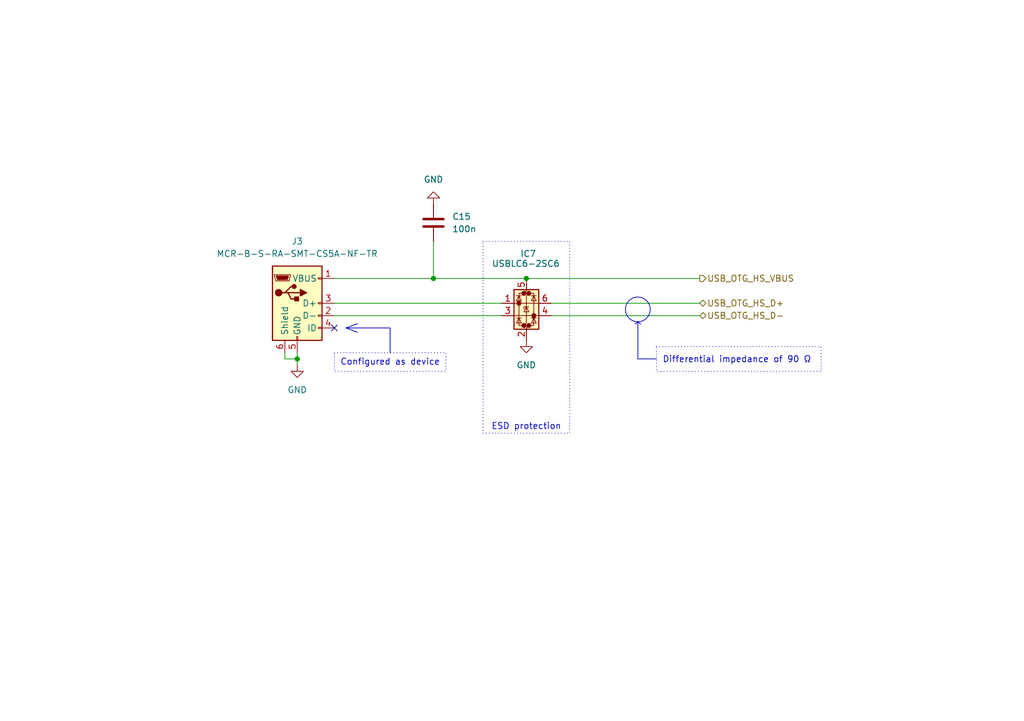
<source format=kicad_sch>
(kicad_sch
	(version 20231120)
	(generator "eeschema")
	(generator_version "8.0")
	(uuid "dd42648d-c5e4-40f0-a975-7ba1d5e37cc9")
	(paper "A5")
	(lib_symbols
		(symbol "Connector:USB_B_Micro"
			(pin_names
				(offset 1.016)
			)
			(exclude_from_sim no)
			(in_bom yes)
			(on_board yes)
			(property "Reference" "J"
				(at -5.08 11.43 0)
				(effects
					(font
						(size 1.27 1.27)
					)
					(justify left)
				)
			)
			(property "Value" "USB_B_Micro"
				(at -5.08 8.89 0)
				(effects
					(font
						(size 1.27 1.27)
					)
					(justify left)
				)
			)
			(property "Footprint" ""
				(at 3.81 -1.27 0)
				(effects
					(font
						(size 1.27 1.27)
					)
					(hide yes)
				)
			)
			(property "Datasheet" "~"
				(at 3.81 -1.27 0)
				(effects
					(font
						(size 1.27 1.27)
					)
					(hide yes)
				)
			)
			(property "Description" "USB Micro Type B connector"
				(at 0 0 0)
				(effects
					(font
						(size 1.27 1.27)
					)
					(hide yes)
				)
			)
			(property "ki_keywords" "connector USB micro"
				(at 0 0 0)
				(effects
					(font
						(size 1.27 1.27)
					)
					(hide yes)
				)
			)
			(property "ki_fp_filters" "USB*"
				(at 0 0 0)
				(effects
					(font
						(size 1.27 1.27)
					)
					(hide yes)
				)
			)
			(symbol "USB_B_Micro_0_1"
				(rectangle
					(start -5.08 -7.62)
					(end 5.08 7.62)
					(stroke
						(width 0.254)
						(type default)
					)
					(fill
						(type background)
					)
				)
				(circle
					(center -3.81 2.159)
					(radius 0.635)
					(stroke
						(width 0.254)
						(type default)
					)
					(fill
						(type outline)
					)
				)
				(circle
					(center -0.635 3.429)
					(radius 0.381)
					(stroke
						(width 0.254)
						(type default)
					)
					(fill
						(type outline)
					)
				)
				(rectangle
					(start -0.127 -7.62)
					(end 0.127 -6.858)
					(stroke
						(width 0)
						(type default)
					)
					(fill
						(type none)
					)
				)
				(polyline
					(pts
						(xy -1.905 2.159) (xy 0.635 2.159)
					)
					(stroke
						(width 0.254)
						(type default)
					)
					(fill
						(type none)
					)
				)
				(polyline
					(pts
						(xy -3.175 2.159) (xy -2.54 2.159) (xy -1.27 3.429) (xy -0.635 3.429)
					)
					(stroke
						(width 0.254)
						(type default)
					)
					(fill
						(type none)
					)
				)
				(polyline
					(pts
						(xy -2.54 2.159) (xy -1.905 2.159) (xy -1.27 0.889) (xy 0 0.889)
					)
					(stroke
						(width 0.254)
						(type default)
					)
					(fill
						(type none)
					)
				)
				(polyline
					(pts
						(xy 0.635 2.794) (xy 0.635 1.524) (xy 1.905 2.159) (xy 0.635 2.794)
					)
					(stroke
						(width 0.254)
						(type default)
					)
					(fill
						(type outline)
					)
				)
				(polyline
					(pts
						(xy -4.318 5.588) (xy -1.778 5.588) (xy -2.032 4.826) (xy -4.064 4.826) (xy -4.318 5.588)
					)
					(stroke
						(width 0)
						(type default)
					)
					(fill
						(type outline)
					)
				)
				(polyline
					(pts
						(xy -4.699 5.842) (xy -4.699 5.588) (xy -4.445 4.826) (xy -4.445 4.572) (xy -1.651 4.572) (xy -1.651 4.826)
						(xy -1.397 5.588) (xy -1.397 5.842) (xy -4.699 5.842)
					)
					(stroke
						(width 0)
						(type default)
					)
					(fill
						(type none)
					)
				)
				(rectangle
					(start 0.254 1.27)
					(end -0.508 0.508)
					(stroke
						(width 0.254)
						(type default)
					)
					(fill
						(type outline)
					)
				)
				(rectangle
					(start 5.08 -5.207)
					(end 4.318 -4.953)
					(stroke
						(width 0)
						(type default)
					)
					(fill
						(type none)
					)
				)
				(rectangle
					(start 5.08 -2.667)
					(end 4.318 -2.413)
					(stroke
						(width 0)
						(type default)
					)
					(fill
						(type none)
					)
				)
				(rectangle
					(start 5.08 -0.127)
					(end 4.318 0.127)
					(stroke
						(width 0)
						(type default)
					)
					(fill
						(type none)
					)
				)
				(rectangle
					(start 5.08 4.953)
					(end 4.318 5.207)
					(stroke
						(width 0)
						(type default)
					)
					(fill
						(type none)
					)
				)
			)
			(symbol "USB_B_Micro_1_1"
				(pin power_out line
					(at 7.62 5.08 180)
					(length 2.54)
					(name "VBUS"
						(effects
							(font
								(size 1.27 1.27)
							)
						)
					)
					(number "1"
						(effects
							(font
								(size 1.27 1.27)
							)
						)
					)
				)
				(pin bidirectional line
					(at 7.62 -2.54 180)
					(length 2.54)
					(name "D-"
						(effects
							(font
								(size 1.27 1.27)
							)
						)
					)
					(number "2"
						(effects
							(font
								(size 1.27 1.27)
							)
						)
					)
				)
				(pin bidirectional line
					(at 7.62 0 180)
					(length 2.54)
					(name "D+"
						(effects
							(font
								(size 1.27 1.27)
							)
						)
					)
					(number "3"
						(effects
							(font
								(size 1.27 1.27)
							)
						)
					)
				)
				(pin passive line
					(at 7.62 -5.08 180)
					(length 2.54)
					(name "ID"
						(effects
							(font
								(size 1.27 1.27)
							)
						)
					)
					(number "4"
						(effects
							(font
								(size 1.27 1.27)
							)
						)
					)
				)
				(pin power_out line
					(at 0 -10.16 90)
					(length 2.54)
					(name "GND"
						(effects
							(font
								(size 1.27 1.27)
							)
						)
					)
					(number "5"
						(effects
							(font
								(size 1.27 1.27)
							)
						)
					)
				)
				(pin passive line
					(at -2.54 -10.16 90)
					(length 2.54)
					(name "Shield"
						(effects
							(font
								(size 1.27 1.27)
							)
						)
					)
					(number "6"
						(effects
							(font
								(size 1.27 1.27)
							)
						)
					)
				)
			)
		)
		(symbol "Device:C"
			(pin_numbers hide)
			(pin_names
				(offset 0.254)
			)
			(exclude_from_sim no)
			(in_bom yes)
			(on_board yes)
			(property "Reference" "C"
				(at 0.635 2.54 0)
				(effects
					(font
						(size 1.27 1.27)
					)
					(justify left)
				)
			)
			(property "Value" "C"
				(at 0.635 -2.54 0)
				(effects
					(font
						(size 1.27 1.27)
					)
					(justify left)
				)
			)
			(property "Footprint" ""
				(at 0.9652 -3.81 0)
				(effects
					(font
						(size 1.27 1.27)
					)
					(hide yes)
				)
			)
			(property "Datasheet" "~"
				(at 0 0 0)
				(effects
					(font
						(size 1.27 1.27)
					)
					(hide yes)
				)
			)
			(property "Description" "Unpolarized capacitor"
				(at 0 0 0)
				(effects
					(font
						(size 1.27 1.27)
					)
					(hide yes)
				)
			)
			(property "ki_keywords" "cap capacitor"
				(at 0 0 0)
				(effects
					(font
						(size 1.27 1.27)
					)
					(hide yes)
				)
			)
			(property "ki_fp_filters" "C_*"
				(at 0 0 0)
				(effects
					(font
						(size 1.27 1.27)
					)
					(hide yes)
				)
			)
			(symbol "C_0_1"
				(polyline
					(pts
						(xy -2.032 -0.762) (xy 2.032 -0.762)
					)
					(stroke
						(width 0.508)
						(type default)
					)
					(fill
						(type none)
					)
				)
				(polyline
					(pts
						(xy -2.032 0.762) (xy 2.032 0.762)
					)
					(stroke
						(width 0.508)
						(type default)
					)
					(fill
						(type none)
					)
				)
			)
			(symbol "C_1_1"
				(pin passive line
					(at 0 3.81 270)
					(length 2.794)
					(name "~"
						(effects
							(font
								(size 1.27 1.27)
							)
						)
					)
					(number "1"
						(effects
							(font
								(size 1.27 1.27)
							)
						)
					)
				)
				(pin passive line
					(at 0 -3.81 90)
					(length 2.794)
					(name "~"
						(effects
							(font
								(size 1.27 1.27)
							)
						)
					)
					(number "2"
						(effects
							(font
								(size 1.27 1.27)
							)
						)
					)
				)
			)
		)
		(symbol "Power_Protection:USBLC6-2SC6"
			(pin_names hide)
			(exclude_from_sim no)
			(in_bom yes)
			(on_board yes)
			(property "Reference" "U"
				(at 0.635 5.715 0)
				(effects
					(font
						(size 1.27 1.27)
					)
					(justify left)
				)
			)
			(property "Value" "USBLC6-2SC6"
				(at 0.635 3.81 0)
				(effects
					(font
						(size 1.27 1.27)
					)
					(justify left)
				)
			)
			(property "Footprint" "Package_TO_SOT_SMD:SOT-23-6"
				(at 1.27 -6.35 0)
				(effects
					(font
						(size 1.27 1.27)
						(italic yes)
					)
					(justify left)
					(hide yes)
				)
			)
			(property "Datasheet" "https://www.st.com/resource/en/datasheet/usblc6-2.pdf"
				(at 1.27 -8.255 0)
				(effects
					(font
						(size 1.27 1.27)
					)
					(justify left)
					(hide yes)
				)
			)
			(property "Description" "Very low capacitance ESD protection diode, 2 data-line, SOT-23-6"
				(at 0 0 0)
				(effects
					(font
						(size 1.27 1.27)
					)
					(hide yes)
				)
			)
			(property "ki_keywords" "usb ethernet video"
				(at 0 0 0)
				(effects
					(font
						(size 1.27 1.27)
					)
					(hide yes)
				)
			)
			(property "ki_fp_filters" "SOT?23*"
				(at 0 0 0)
				(effects
					(font
						(size 1.27 1.27)
					)
					(hide yes)
				)
			)
			(symbol "USBLC6-2SC6_0_0"
				(circle
					(center -1.524 0)
					(radius 0.0001)
					(stroke
						(width 0.508)
						(type default)
					)
					(fill
						(type none)
					)
				)
				(circle
					(center -0.508 -4.572)
					(radius 0.0001)
					(stroke
						(width 0.508)
						(type default)
					)
					(fill
						(type none)
					)
				)
				(circle
					(center -0.508 2.032)
					(radius 0.0001)
					(stroke
						(width 0.508)
						(type default)
					)
					(fill
						(type none)
					)
				)
				(circle
					(center 0.508 -4.572)
					(radius 0.0001)
					(stroke
						(width 0.508)
						(type default)
					)
					(fill
						(type none)
					)
				)
				(circle
					(center 0.508 2.032)
					(radius 0.0001)
					(stroke
						(width 0.508)
						(type default)
					)
					(fill
						(type none)
					)
				)
				(circle
					(center 1.524 -2.54)
					(radius 0.0001)
					(stroke
						(width 0.508)
						(type default)
					)
					(fill
						(type none)
					)
				)
			)
			(symbol "USBLC6-2SC6_0_1"
				(polyline
					(pts
						(xy -2.54 -2.54) (xy 2.54 -2.54)
					)
					(stroke
						(width 0)
						(type default)
					)
					(fill
						(type none)
					)
				)
				(polyline
					(pts
						(xy -2.54 0) (xy 2.54 0)
					)
					(stroke
						(width 0)
						(type default)
					)
					(fill
						(type none)
					)
				)
				(polyline
					(pts
						(xy -2.032 -3.048) (xy -1.016 -3.048)
					)
					(stroke
						(width 0)
						(type default)
					)
					(fill
						(type none)
					)
				)
				(polyline
					(pts
						(xy -1.016 1.524) (xy -2.032 1.524)
					)
					(stroke
						(width 0)
						(type default)
					)
					(fill
						(type none)
					)
				)
				(polyline
					(pts
						(xy 1.016 -3.048) (xy 2.032 -3.048)
					)
					(stroke
						(width 0)
						(type default)
					)
					(fill
						(type none)
					)
				)
				(polyline
					(pts
						(xy 1.016 1.524) (xy 2.032 1.524)
					)
					(stroke
						(width 0)
						(type default)
					)
					(fill
						(type none)
					)
				)
				(polyline
					(pts
						(xy -0.508 -1.143) (xy -0.508 -0.762) (xy 0.508 -0.762)
					)
					(stroke
						(width 0)
						(type default)
					)
					(fill
						(type none)
					)
				)
				(polyline
					(pts
						(xy -2.032 0.508) (xy -1.016 0.508) (xy -1.524 1.524) (xy -2.032 0.508)
					)
					(stroke
						(width 0)
						(type default)
					)
					(fill
						(type none)
					)
				)
				(polyline
					(pts
						(xy -1.016 -4.064) (xy -2.032 -4.064) (xy -1.524 -3.048) (xy -1.016 -4.064)
					)
					(stroke
						(width 0)
						(type default)
					)
					(fill
						(type none)
					)
				)
				(polyline
					(pts
						(xy 0.508 -1.778) (xy -0.508 -1.778) (xy 0 -0.762) (xy 0.508 -1.778)
					)
					(stroke
						(width 0)
						(type default)
					)
					(fill
						(type none)
					)
				)
				(polyline
					(pts
						(xy 2.032 -4.064) (xy 1.016 -4.064) (xy 1.524 -3.048) (xy 2.032 -4.064)
					)
					(stroke
						(width 0)
						(type default)
					)
					(fill
						(type none)
					)
				)
				(polyline
					(pts
						(xy 2.032 0.508) (xy 1.016 0.508) (xy 1.524 1.524) (xy 2.032 0.508)
					)
					(stroke
						(width 0)
						(type default)
					)
					(fill
						(type none)
					)
				)
				(polyline
					(pts
						(xy 0 2.54) (xy -0.508 2.032) (xy 0.508 2.032) (xy 0 1.524) (xy 0 -4.064) (xy -0.508 -4.572) (xy 0.508 -4.572)
						(xy 0 -5.08)
					)
					(stroke
						(width 0)
						(type default)
					)
					(fill
						(type none)
					)
				)
			)
			(symbol "USBLC6-2SC6_1_1"
				(rectangle
					(start -2.54 2.794)
					(end 2.54 -5.334)
					(stroke
						(width 0.254)
						(type default)
					)
					(fill
						(type background)
					)
				)
				(polyline
					(pts
						(xy -0.508 2.032) (xy -1.524 2.032) (xy -1.524 -4.572) (xy -0.508 -4.572)
					)
					(stroke
						(width 0)
						(type default)
					)
					(fill
						(type none)
					)
				)
				(polyline
					(pts
						(xy 0.508 -4.572) (xy 1.524 -4.572) (xy 1.524 2.032) (xy 0.508 2.032)
					)
					(stroke
						(width 0)
						(type default)
					)
					(fill
						(type none)
					)
				)
				(pin passive line
					(at -5.08 0 0)
					(length 2.54)
					(name "I/O1"
						(effects
							(font
								(size 1.27 1.27)
							)
						)
					)
					(number "1"
						(effects
							(font
								(size 1.27 1.27)
							)
						)
					)
				)
				(pin passive line
					(at 0 -7.62 90)
					(length 2.54)
					(name "GND"
						(effects
							(font
								(size 1.27 1.27)
							)
						)
					)
					(number "2"
						(effects
							(font
								(size 1.27 1.27)
							)
						)
					)
				)
				(pin passive line
					(at -5.08 -2.54 0)
					(length 2.54)
					(name "I/O2"
						(effects
							(font
								(size 1.27 1.27)
							)
						)
					)
					(number "3"
						(effects
							(font
								(size 1.27 1.27)
							)
						)
					)
				)
				(pin passive line
					(at 5.08 -2.54 180)
					(length 2.54)
					(name "I/O2"
						(effects
							(font
								(size 1.27 1.27)
							)
						)
					)
					(number "4"
						(effects
							(font
								(size 1.27 1.27)
							)
						)
					)
				)
				(pin passive line
					(at 0 5.08 270)
					(length 2.54)
					(name "VBUS"
						(effects
							(font
								(size 1.27 1.27)
							)
						)
					)
					(number "5"
						(effects
							(font
								(size 1.27 1.27)
							)
						)
					)
				)
				(pin passive line
					(at 5.08 0 180)
					(length 2.54)
					(name "I/O1"
						(effects
							(font
								(size 1.27 1.27)
							)
						)
					)
					(number "6"
						(effects
							(font
								(size 1.27 1.27)
							)
						)
					)
				)
			)
		)
		(symbol "power:GND"
			(power)
			(pin_numbers hide)
			(pin_names
				(offset 0) hide)
			(exclude_from_sim no)
			(in_bom yes)
			(on_board yes)
			(property "Reference" "#PWR"
				(at 0 -6.35 0)
				(effects
					(font
						(size 1.27 1.27)
					)
					(hide yes)
				)
			)
			(property "Value" "GND"
				(at 0 -3.81 0)
				(effects
					(font
						(size 1.27 1.27)
					)
				)
			)
			(property "Footprint" ""
				(at 0 0 0)
				(effects
					(font
						(size 1.27 1.27)
					)
					(hide yes)
				)
			)
			(property "Datasheet" ""
				(at 0 0 0)
				(effects
					(font
						(size 1.27 1.27)
					)
					(hide yes)
				)
			)
			(property "Description" "Power symbol creates a global label with name \"GND\" , ground"
				(at 0 0 0)
				(effects
					(font
						(size 1.27 1.27)
					)
					(hide yes)
				)
			)
			(property "ki_keywords" "global power"
				(at 0 0 0)
				(effects
					(font
						(size 1.27 1.27)
					)
					(hide yes)
				)
			)
			(symbol "GND_0_1"
				(polyline
					(pts
						(xy 0 0) (xy 0 -1.27) (xy 1.27 -1.27) (xy 0 -2.54) (xy -1.27 -1.27) (xy 0 -1.27)
					)
					(stroke
						(width 0)
						(type default)
					)
					(fill
						(type none)
					)
				)
			)
			(symbol "GND_1_1"
				(pin power_in line
					(at 0 0 270)
					(length 0)
					(name "~"
						(effects
							(font
								(size 1.27 1.27)
							)
						)
					)
					(number "1"
						(effects
							(font
								(size 1.27 1.27)
							)
						)
					)
				)
			)
		)
	)
	(junction
		(at 60.96 73.66)
		(diameter 0)
		(color 0 0 0 0)
		(uuid "13d20d08-0e0b-45dd-96d5-82dc610a4de1")
	)
	(junction
		(at 107.95 57.15)
		(diameter 0)
		(color 0 0 0 0)
		(uuid "5ccc6f46-bb59-44ac-9cec-7d759c8332a6")
	)
	(junction
		(at 88.9 57.15)
		(diameter 0)
		(color 0 0 0 0)
		(uuid "cc07a90d-9b61-4b18-ad8a-75fca19c1423")
	)
	(no_connect
		(at 68.58 67.31)
		(uuid "ee9220a8-5d63-4d16-a1c3-ce0cb1cea3df")
	)
	(wire
		(pts
			(xy 60.96 73.66) (xy 60.96 72.39)
		)
		(stroke
			(width 0)
			(type default)
		)
		(uuid "0862b628-62f1-419b-82c0-a1d50d6f5393")
	)
	(polyline
		(pts
			(xy 130.81 73.66) (xy 130.81 71.12)
		)
		(stroke
			(width 0)
			(type default)
		)
		(uuid "3b168fdf-b5b5-4ad6-be6f-cd87ed801cbe")
	)
	(wire
		(pts
			(xy 113.03 62.23) (xy 143.51 62.23)
		)
		(stroke
			(width 0)
			(type default)
		)
		(uuid "4126f81b-f9fa-4b8a-8854-da721b112523")
	)
	(wire
		(pts
			(xy 107.95 57.15) (xy 143.51 57.15)
		)
		(stroke
			(width 0)
			(type default)
		)
		(uuid "43ca5f77-1e70-4d4a-90d2-3f1a6217b3b6")
	)
	(polyline
		(pts
			(xy 134.62 73.66) (xy 130.81 73.66)
		)
		(stroke
			(width 0)
			(type default)
		)
		(uuid "4f04e05f-4f65-4677-b89c-9d037b8067e3")
	)
	(polyline
		(pts
			(xy 80.01 67.31) (xy 80.01 72.39)
		)
		(stroke
			(width 0)
			(type default)
		)
		(uuid "50189fc6-6913-4bef-be33-2cb4bf177cb8")
	)
	(polyline
		(pts
			(xy 130.81 66.04) (xy 130.81 71.12)
		)
		(stroke
			(width 0)
			(type default)
		)
		(uuid "5d199a0c-0f65-4df8-94d5-802bb28391fe")
	)
	(wire
		(pts
			(xy 68.58 57.15) (xy 88.9 57.15)
		)
		(stroke
			(width 0)
			(type default)
		)
		(uuid "76478a3c-1dfa-4e23-83ba-3422f2b9d9bf")
	)
	(wire
		(pts
			(xy 60.96 74.93) (xy 60.96 73.66)
		)
		(stroke
			(width 0)
			(type default)
		)
		(uuid "7c82d61d-99d5-4239-b2fb-8932d49d6a6f")
	)
	(wire
		(pts
			(xy 88.9 57.15) (xy 107.95 57.15)
		)
		(stroke
			(width 0)
			(type default)
		)
		(uuid "91b84758-fb21-4847-aed5-0068a37cc51f")
	)
	(wire
		(pts
			(xy 58.42 73.66) (xy 60.96 73.66)
		)
		(stroke
			(width 0)
			(type default)
		)
		(uuid "a9ef565d-d495-4683-9edf-4d5797966f52")
	)
	(wire
		(pts
			(xy 113.03 64.77) (xy 143.51 64.77)
		)
		(stroke
			(width 0)
			(type default)
		)
		(uuid "b1b57550-68a4-40ab-bca9-5e8b04aa74fd")
	)
	(wire
		(pts
			(xy 58.42 72.39) (xy 58.42 73.66)
		)
		(stroke
			(width 0)
			(type default)
		)
		(uuid "ccab8f8f-1e87-445c-9d30-45d0f1f3f3f4")
	)
	(polyline
		(pts
			(xy 71.12 67.31) (xy 80.01 67.31)
		)
		(stroke
			(width 0)
			(type default)
		)
		(uuid "d6dcf390-0937-4c66-92e2-c6315d6e05ba")
	)
	(wire
		(pts
			(xy 88.9 49.53) (xy 88.9 57.15)
		)
		(stroke
			(width 0)
			(type default)
		)
		(uuid "e099ef7f-1fd4-45b5-9ad9-95ca845ec4db")
	)
	(wire
		(pts
			(xy 68.58 62.23) (xy 102.87 62.23)
		)
		(stroke
			(width 0)
			(type default)
		)
		(uuid "e1e68a28-fe30-44f1-b582-642c570937f5")
	)
	(wire
		(pts
			(xy 68.58 64.77) (xy 102.87 64.77)
		)
		(stroke
			(width 0)
			(type default)
		)
		(uuid "ec4568ef-3cb3-48fc-a832-3e07307bcf49")
	)
	(rectangle
		(start 68.58 72.39)
		(end 91.44 76.2)
		(stroke
			(width 0)
			(type dot)
		)
		(fill
			(type none)
		)
		(uuid 44474751-2232-4a55-81a7-c8835d70ad2f)
	)
	(rectangle
		(start 134.62 71.12)
		(end 168.402 76.2)
		(stroke
			(width 0)
			(type dot)
		)
		(fill
			(type none)
		)
		(uuid 705d19c8-4b1f-4561-ba3a-ec1c0cbc1794)
	)
	(circle
		(center 130.81 63.5)
		(radius 2.54)
		(stroke
			(width 0)
			(type solid)
		)
		(fill
			(type none)
		)
		(uuid 75ee214c-1f4e-48b2-a513-7dc19b9e2c84)
	)
	(rectangle
		(start 99.06 49.53)
		(end 116.84 88.9)
		(stroke
			(width 0)
			(type dot)
		)
		(fill
			(type none)
		)
		(uuid da7499f4-a34c-4eb5-8241-2cc2d1beecd4)
	)
	(text "Differential impedance of 90 Ω"
		(exclude_from_sim no)
		(at 151.13 73.914 0)
		(effects
			(font
				(size 1.27 1.27)
			)
		)
		(uuid "059d7272-f8ed-48cb-84a4-f585d3555179")
	)
	(text "<"
		(exclude_from_sim no)
		(at 72.136 67.31 0)
		(effects
			(font
				(size 3.1 3.1)
			)
		)
		(uuid "06a4d342-7ae2-4018-85c5-4332adaeaf51")
	)
	(text "ESD protection"
		(exclude_from_sim no)
		(at 107.95 87.63 0)
		(effects
			(font
				(size 1.27 1.27)
			)
		)
		(uuid "42bfc58f-c9ee-44e6-9dd7-1d69de511e15")
	)
	(text "^"
		(exclude_from_sim no)
		(at 130.81 68.072 0)
		(effects
			(font
				(size 3 3)
			)
		)
		(uuid "5977d814-c309-4d9b-93fe-1b361c44a02a")
	)
	(text "Configured as device"
		(exclude_from_sim no)
		(at 80.01 74.422 0)
		(effects
			(font
				(size 1.27 1.27)
			)
		)
		(uuid "b78b6efd-f8f6-430d-8d39-3be28304bc06")
	)
	(hierarchical_label "USB_OTG_HS_VBUS"
		(shape output)
		(at 143.51 57.15 0)
		(effects
			(font
				(size 1.27 1.27)
			)
			(justify left)
		)
		(uuid "89595c83-306b-4b50-a008-f9a8f2c72374")
	)
	(hierarchical_label "USB_OTG_HS_D-"
		(shape bidirectional)
		(at 143.51 64.77 0)
		(effects
			(font
				(size 1.27 1.27)
			)
			(justify left)
		)
		(uuid "b6cacb82-68a7-4d52-a07f-60c71325f888")
	)
	(hierarchical_label "USB_OTG_HS_D+"
		(shape bidirectional)
		(at 143.51 62.23 0)
		(effects
			(font
				(size 1.27 1.27)
			)
			(justify left)
		)
		(uuid "fc47a9b5-5638-4117-af94-eed82b239194")
	)
	(symbol
		(lib_id "Power_Protection:USBLC6-2SC6")
		(at 107.95 62.23 0)
		(unit 1)
		(exclude_from_sim no)
		(in_bom yes)
		(on_board yes)
		(dnp no)
		(uuid "09b24549-7db4-471d-8587-2e1d7a2d2c7d")
		(property "Reference" "IC7"
			(at 106.68 52.07 0)
			(effects
				(font
					(size 1.27 1.27)
				)
				(justify left)
			)
		)
		(property "Value" "USBLC6-2SC6"
			(at 100.838 54.102 0)
			(effects
				(font
					(size 1.27 1.27)
				)
				(justify left)
			)
		)
		(property "Footprint" "Package_TO_SOT_SMD:SOT-23-6"
			(at 109.22 68.58 0)
			(effects
				(font
					(size 1.27 1.27)
					(italic yes)
				)
				(justify left)
				(hide yes)
			)
		)
		(property "Datasheet" "https://www.st.com/resource/en/datasheet/usblc6-2.pdf"
			(at 109.22 70.485 0)
			(effects
				(font
					(size 1.27 1.27)
				)
				(justify left)
				(hide yes)
			)
		)
		(property "Description" "Very low capacitance ESD protection diode, 2 data-line, SOT-23-6"
			(at 107.95 62.23 0)
			(effects
				(font
					(size 1.27 1.27)
				)
				(hide yes)
			)
		)
		(pin "3"
			(uuid "068abb45-5557-4907-9e03-3c8003f79e29")
		)
		(pin "1"
			(uuid "d04693f4-2bae-459a-87da-0d148ab46b95")
		)
		(pin "4"
			(uuid "ad1934ce-db08-4c68-8523-012ac44b659c")
		)
		(pin "5"
			(uuid "db3d38f7-b336-46e4-a077-153c57831a6c")
		)
		(pin "2"
			(uuid "e67d591b-c154-432c-b079-617440ff0ec8")
		)
		(pin "6"
			(uuid "4983e081-1bd5-47ed-b2ea-b4aa6020b578")
		)
		(instances
			(project ""
				(path "/e8e834c4-1afb-42f7-b718-3cb720dae1d5/f28d5476-62ad-47ee-95fb-15cfd356e27c"
					(reference "IC7")
					(unit 1)
				)
			)
		)
	)
	(symbol
		(lib_id "power:GND")
		(at 88.9 41.91 180)
		(unit 1)
		(exclude_from_sim no)
		(in_bom yes)
		(on_board yes)
		(dnp no)
		(fields_autoplaced yes)
		(uuid "4e881411-0e06-40fb-abeb-57c4539ceec0")
		(property "Reference" "#PWR060"
			(at 88.9 35.56 0)
			(effects
				(font
					(size 1.27 1.27)
				)
				(hide yes)
			)
		)
		(property "Value" "GND"
			(at 88.9 36.83 0)
			(effects
				(font
					(size 1.27 1.27)
				)
			)
		)
		(property "Footprint" ""
			(at 88.9 41.91 0)
			(effects
				(font
					(size 1.27 1.27)
				)
				(hide yes)
			)
		)
		(property "Datasheet" ""
			(at 88.9 41.91 0)
			(effects
				(font
					(size 1.27 1.27)
				)
				(hide yes)
			)
		)
		(property "Description" "Power symbol creates a global label with name \"GND\" , ground"
			(at 88.9 41.91 0)
			(effects
				(font
					(size 1.27 1.27)
				)
				(hide yes)
			)
		)
		(pin "1"
			(uuid "4b26a260-31ac-42e3-a4dc-027d74c61b3a")
		)
		(instances
			(project "obvod"
				(path "/e8e834c4-1afb-42f7-b718-3cb720dae1d5/f28d5476-62ad-47ee-95fb-15cfd356e27c"
					(reference "#PWR060")
					(unit 1)
				)
			)
		)
	)
	(symbol
		(lib_id "Device:C")
		(at 88.9 45.72 0)
		(unit 1)
		(exclude_from_sim no)
		(in_bom yes)
		(on_board yes)
		(dnp no)
		(uuid "593db546-ed0b-4507-8e78-098f06ccc9f2")
		(property "Reference" "C15"
			(at 92.71 44.4499 0)
			(effects
				(font
					(size 1.27 1.27)
				)
				(justify left)
			)
		)
		(property "Value" "100n"
			(at 92.71 46.9899 0)
			(effects
				(font
					(size 1.27 1.27)
				)
				(justify left)
			)
		)
		(property "Footprint" "Capacitor_SMD:C_0402_1005Metric"
			(at 89.8652 49.53 0)
			(effects
				(font
					(size 1.27 1.27)
				)
				(hide yes)
			)
		)
		(property "Datasheet" "~"
			(at 88.9 45.72 0)
			(effects
				(font
					(size 1.27 1.27)
				)
				(hide yes)
			)
		)
		(property "Description" "Unpolarized capacitor"
			(at 88.9 45.72 0)
			(effects
				(font
					(size 1.27 1.27)
				)
				(hide yes)
			)
		)
		(pin "1"
			(uuid "d97b52f9-d2b5-4af9-a465-dbdfffb267c8")
		)
		(pin "2"
			(uuid "17df376a-d556-40eb-8f04-dbb667050268")
		)
		(instances
			(project "obvod"
				(path "/e8e834c4-1afb-42f7-b718-3cb720dae1d5/f28d5476-62ad-47ee-95fb-15cfd356e27c"
					(reference "C15")
					(unit 1)
				)
			)
		)
	)
	(symbol
		(lib_id "power:GND")
		(at 107.95 69.85 0)
		(unit 1)
		(exclude_from_sim no)
		(in_bom yes)
		(on_board yes)
		(dnp no)
		(fields_autoplaced yes)
		(uuid "6bd86b48-a52e-4ae3-9992-80a7d58e2a5b")
		(property "Reference" "#PWR056"
			(at 107.95 76.2 0)
			(effects
				(font
					(size 1.27 1.27)
				)
				(hide yes)
			)
		)
		(property "Value" "GND"
			(at 107.95 74.93 0)
			(effects
				(font
					(size 1.27 1.27)
				)
			)
		)
		(property "Footprint" ""
			(at 107.95 69.85 0)
			(effects
				(font
					(size 1.27 1.27)
				)
				(hide yes)
			)
		)
		(property "Datasheet" ""
			(at 107.95 69.85 0)
			(effects
				(font
					(size 1.27 1.27)
				)
				(hide yes)
			)
		)
		(property "Description" "Power symbol creates a global label with name \"GND\" , ground"
			(at 107.95 69.85 0)
			(effects
				(font
					(size 1.27 1.27)
				)
				(hide yes)
			)
		)
		(pin "1"
			(uuid "497fb145-6481-4e74-9884-890d145e3957")
		)
		(instances
			(project "obvod"
				(path "/e8e834c4-1afb-42f7-b718-3cb720dae1d5/f28d5476-62ad-47ee-95fb-15cfd356e27c"
					(reference "#PWR056")
					(unit 1)
				)
			)
		)
	)
	(symbol
		(lib_id "power:GND")
		(at 60.96 74.93 0)
		(unit 1)
		(exclude_from_sim no)
		(in_bom yes)
		(on_board yes)
		(dnp no)
		(fields_autoplaced yes)
		(uuid "a69fedf7-9a5c-414d-a1fe-82dc86c8fed5")
		(property "Reference" "#PWR055"
			(at 60.96 81.28 0)
			(effects
				(font
					(size 1.27 1.27)
				)
				(hide yes)
			)
		)
		(property "Value" "GND"
			(at 60.96 80.01 0)
			(effects
				(font
					(size 1.27 1.27)
				)
			)
		)
		(property "Footprint" ""
			(at 60.96 74.93 0)
			(effects
				(font
					(size 1.27 1.27)
				)
				(hide yes)
			)
		)
		(property "Datasheet" ""
			(at 60.96 74.93 0)
			(effects
				(font
					(size 1.27 1.27)
				)
				(hide yes)
			)
		)
		(property "Description" "Power symbol creates a global label with name \"GND\" , ground"
			(at 60.96 74.93 0)
			(effects
				(font
					(size 1.27 1.27)
				)
				(hide yes)
			)
		)
		(pin "1"
			(uuid "30dde461-fde2-41f8-a2d7-fa824c1dc3d8")
		)
		(instances
			(project ""
				(path "/e8e834c4-1afb-42f7-b718-3cb720dae1d5/f28d5476-62ad-47ee-95fb-15cfd356e27c"
					(reference "#PWR055")
					(unit 1)
				)
			)
		)
	)
	(symbol
		(lib_id "Connector:USB_B_Micro")
		(at 60.96 62.23 0)
		(unit 1)
		(exclude_from_sim no)
		(in_bom yes)
		(on_board yes)
		(dnp no)
		(fields_autoplaced yes)
		(uuid "c7ceb63a-890f-43dc-8de3-07aa6a4d21d4")
		(property "Reference" "J3"
			(at 60.96 49.53 0)
			(effects
				(font
					(size 1.27 1.27)
				)
			)
		)
		(property "Value" "MCR-B-S-RA-SMT-CS5A-NF-TR"
			(at 60.96 52.07 0)
			(effects
				(font
					(size 1.27 1.27)
				)
			)
		)
		(property "Footprint" "footprints:MCR-B-S-RA-SMT-CS5A-NF-TR"
			(at 64.77 63.5 0)
			(effects
				(font
					(size 1.27 1.27)
				)
				(hide yes)
			)
		)
		(property "Datasheet" "~"
			(at 64.77 63.5 0)
			(effects
				(font
					(size 1.27 1.27)
				)
				(hide yes)
			)
		)
		(property "Description" "USB Micro Type B connector"
			(at 60.96 62.23 0)
			(effects
				(font
					(size 1.27 1.27)
				)
				(hide yes)
			)
		)
		(pin "6"
			(uuid "b3f60abc-bef5-49d8-b824-232464bb9f23")
		)
		(pin "5"
			(uuid "1bf41371-92ab-4015-b859-529a9c88454b")
		)
		(pin "3"
			(uuid "5ca1691a-4c88-4bb3-ab32-e87e3bc662a7")
		)
		(pin "4"
			(uuid "99618451-415a-46bb-b14a-7e4279f5968f")
		)
		(pin "1"
			(uuid "4476fba1-5e9d-462d-80e6-a1ccc8ae0312")
		)
		(pin "2"
			(uuid "3a532a5e-0b64-424f-b40e-d579a7a5e1f1")
		)
		(instances
			(project ""
				(path "/e8e834c4-1afb-42f7-b718-3cb720dae1d5/f28d5476-62ad-47ee-95fb-15cfd356e27c"
					(reference "J3")
					(unit 1)
				)
			)
		)
	)
)

</source>
